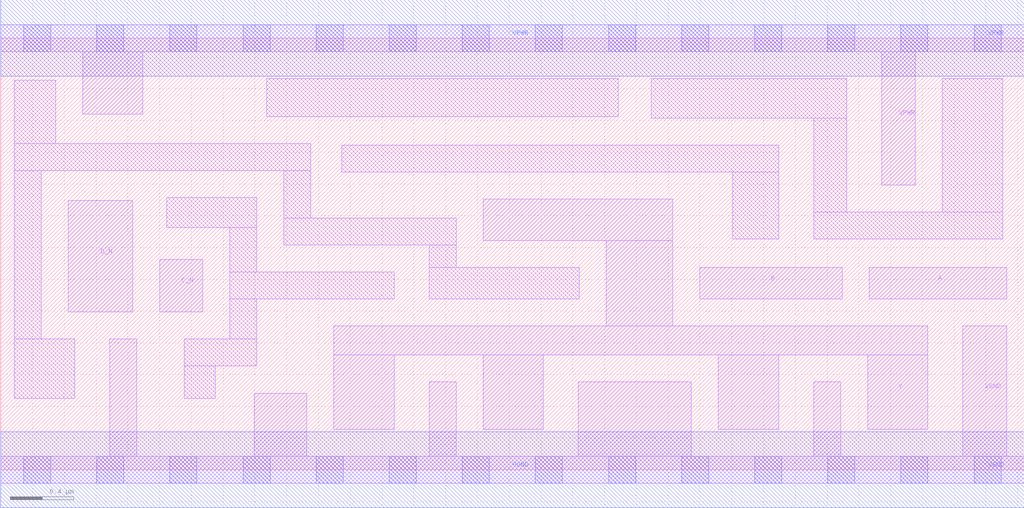
<source format=lef>
# Copyright 2020 The SkyWater PDK Authors
#
# Licensed under the Apache License, Version 2.0 (the "License");
# you may not use this file except in compliance with the License.
# You may obtain a copy of the License at
#
#     https://www.apache.org/licenses/LICENSE-2.0
#
# Unless required by applicable law or agreed to in writing, software
# distributed under the License is distributed on an "AS IS" BASIS,
# WITHOUT WARRANTIES OR CONDITIONS OF ANY KIND, either express or implied.
# See the License for the specific language governing permissions and
# limitations under the License.
#
# SPDX-License-Identifier: Apache-2.0

VERSION 5.7 ;
  NAMESCASESENSITIVE ON ;
  NOWIREEXTENSIONATPIN ON ;
  DIVIDERCHAR "/" ;
  BUSBITCHARS "[]" ;
UNITS
  DATABASE MICRONS 200 ;
END UNITS
PROPERTYDEFINITIONS
  MACRO maskLayoutSubType STRING ;
  MACRO prCellType STRING ;
  MACRO originalViewName STRING ;
END PROPERTYDEFINITIONS
MACRO sky130_fd_sc_hdll__nor4bb_2
  CLASS CORE ;
  FOREIGN sky130_fd_sc_hdll__nor4bb_2 ;
  ORIGIN  0.000000  0.000000 ;
  SIZE  6.440000 BY  2.720000 ;
  SYMMETRY X Y R90 ;
  SITE unithd ;
  PIN A
    ANTENNAGATEAREA  0.555000 ;
    DIRECTION INPUT ;
    USE SIGNAL ;
    PORT
      LAYER li1 ;
        RECT 5.465000 1.075000 6.330000 1.275000 ;
    END
  END A
  PIN B
    ANTENNAGATEAREA  0.555000 ;
    DIRECTION INPUT ;
    USE SIGNAL ;
    PORT
      LAYER li1 ;
        RECT 4.400000 1.075000 5.295000 1.275000 ;
    END
  END B
  PIN C_N
    ANTENNAGATEAREA  0.138600 ;
    DIRECTION INPUT ;
    USE SIGNAL ;
    PORT
      LAYER li1 ;
        RECT 1.000000 0.995000 1.270000 1.325000 ;
    END
  END C_N
  PIN D_N
    ANTENNAGATEAREA  0.138600 ;
    DIRECTION INPUT ;
    USE SIGNAL ;
    PORT
      LAYER li1 ;
        RECT 0.425000 0.995000 0.830000 1.695000 ;
    END
  END D_N
  PIN VGND
    ANTENNADIFFAREA  1.295950 ;
    DIRECTION INOUT ;
    USE SIGNAL ;
    PORT
      LAYER li1 ;
        RECT 0.000000 -0.085000 6.440000 0.085000 ;
        RECT 0.685000  0.085000 0.855000 0.825000 ;
        RECT 1.595000  0.085000 1.925000 0.480000 ;
        RECT 2.695000  0.085000 2.865000 0.555000 ;
        RECT 3.635000  0.085000 4.345000 0.555000 ;
        RECT 5.115000  0.085000 5.285000 0.555000 ;
        RECT 6.055000  0.085000 6.330000 0.905000 ;
      LAYER mcon ;
        RECT 0.145000 -0.085000 0.315000 0.085000 ;
        RECT 0.605000 -0.085000 0.775000 0.085000 ;
        RECT 1.065000 -0.085000 1.235000 0.085000 ;
        RECT 1.525000 -0.085000 1.695000 0.085000 ;
        RECT 1.985000 -0.085000 2.155000 0.085000 ;
        RECT 2.445000 -0.085000 2.615000 0.085000 ;
        RECT 2.905000 -0.085000 3.075000 0.085000 ;
        RECT 3.365000 -0.085000 3.535000 0.085000 ;
        RECT 3.825000 -0.085000 3.995000 0.085000 ;
        RECT 4.285000 -0.085000 4.455000 0.085000 ;
        RECT 4.745000 -0.085000 4.915000 0.085000 ;
        RECT 5.205000 -0.085000 5.375000 0.085000 ;
        RECT 5.665000 -0.085000 5.835000 0.085000 ;
        RECT 6.125000 -0.085000 6.295000 0.085000 ;
      LAYER met1 ;
        RECT 0.000000 -0.240000 6.440000 0.240000 ;
    END
  END VGND
  PIN VPWR
    ANTENNADIFFAREA  0.543625 ;
    DIRECTION INOUT ;
    USE SIGNAL ;
    PORT
      LAYER li1 ;
        RECT 0.000000 2.635000 6.440000 2.805000 ;
        RECT 0.515000 2.240000 0.895000 2.635000 ;
        RECT 5.545000 1.795000 5.755000 2.635000 ;
      LAYER mcon ;
        RECT 0.145000 2.635000 0.315000 2.805000 ;
        RECT 0.605000 2.635000 0.775000 2.805000 ;
        RECT 1.065000 2.635000 1.235000 2.805000 ;
        RECT 1.525000 2.635000 1.695000 2.805000 ;
        RECT 1.985000 2.635000 2.155000 2.805000 ;
        RECT 2.445000 2.635000 2.615000 2.805000 ;
        RECT 2.905000 2.635000 3.075000 2.805000 ;
        RECT 3.365000 2.635000 3.535000 2.805000 ;
        RECT 3.825000 2.635000 3.995000 2.805000 ;
        RECT 4.285000 2.635000 4.455000 2.805000 ;
        RECT 4.745000 2.635000 4.915000 2.805000 ;
        RECT 5.205000 2.635000 5.375000 2.805000 ;
        RECT 5.665000 2.635000 5.835000 2.805000 ;
        RECT 6.125000 2.635000 6.295000 2.805000 ;
      LAYER met1 ;
        RECT 0.000000 2.480000 6.440000 2.960000 ;
    END
  END VPWR
  PIN Y
    ANTENNADIFFAREA  1.219500 ;
    DIRECTION OUTPUT ;
    USE SIGNAL ;
    PORT
      LAYER li1 ;
        RECT 2.095000 0.255000 2.475000 0.725000 ;
        RECT 2.095000 0.725000 5.835000 0.905000 ;
        RECT 3.035000 0.255000 3.415000 0.725000 ;
        RECT 3.035000 1.445000 4.230000 1.705000 ;
        RECT 3.810000 0.905000 4.230000 1.445000 ;
        RECT 4.515000 0.255000 4.895000 0.725000 ;
        RECT 5.455000 0.255000 5.835000 0.725000 ;
    END
  END Y
  OBS
    LAYER li1 ;
      RECT 0.085000 0.450000 0.465000 0.825000 ;
      RECT 0.085000 0.825000 0.255000 1.885000 ;
      RECT 0.085000 1.885000 1.950000 2.055000 ;
      RECT 0.085000 2.055000 0.345000 2.455000 ;
      RECT 1.045000 1.525000 1.610000 1.715000 ;
      RECT 1.155000 0.450000 1.350000 0.655000 ;
      RECT 1.155000 0.655000 1.610000 0.825000 ;
      RECT 1.440000 0.825000 1.610000 1.075000 ;
      RECT 1.440000 1.075000 2.475000 1.245000 ;
      RECT 1.440000 1.245000 1.610000 1.525000 ;
      RECT 1.675000 2.225000 3.885000 2.465000 ;
      RECT 1.780000 1.415000 2.865000 1.585000 ;
      RECT 1.780000 1.585000 1.950000 1.885000 ;
      RECT 2.145000 1.875000 4.895000 2.045000 ;
      RECT 2.695000 1.075000 3.640000 1.275000 ;
      RECT 2.695000 1.275000 2.865000 1.415000 ;
      RECT 4.095000 2.215000 5.325000 2.465000 ;
      RECT 4.605000 1.455000 4.895000 1.875000 ;
      RECT 5.115000 1.455000 6.305000 1.625000 ;
      RECT 5.115000 1.625000 5.325000 2.215000 ;
      RECT 5.925000 1.625000 6.305000 2.465000 ;
  END
  PROPERTY maskLayoutSubType "abstract" ;
  PROPERTY prCellType "standard" ;
  PROPERTY originalViewName "layout" ;
END sky130_fd_sc_hdll__nor4bb_2

</source>
